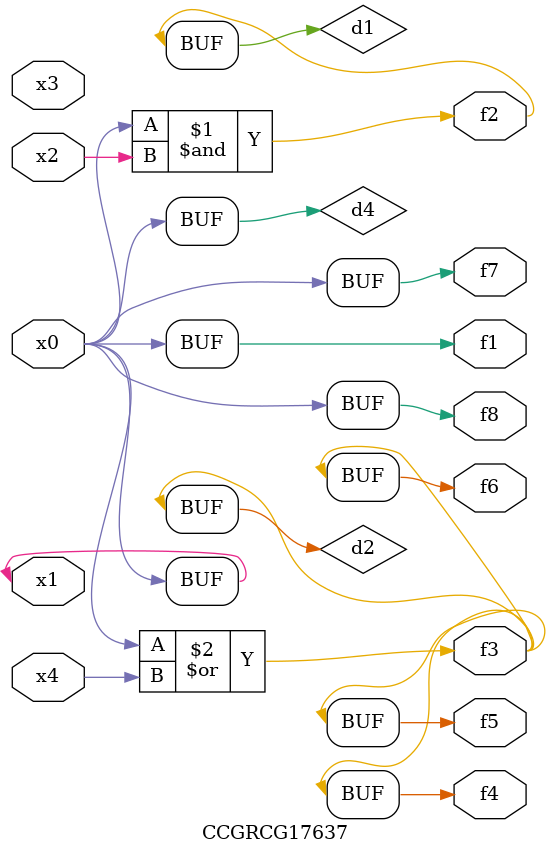
<source format=v>
module CCGRCG17637(
	input x0, x1, x2, x3, x4,
	output f1, f2, f3, f4, f5, f6, f7, f8
);

	wire d1, d2, d3, d4;

	and (d1, x0, x2);
	or (d2, x0, x4);
	nand (d3, x0, x2);
	buf (d4, x0, x1);
	assign f1 = d4;
	assign f2 = d1;
	assign f3 = d2;
	assign f4 = d2;
	assign f5 = d2;
	assign f6 = d2;
	assign f7 = d4;
	assign f8 = d4;
endmodule

</source>
